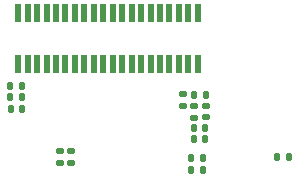
<source format=gbr>
%TF.GenerationSoftware,KiCad,Pcbnew,(7.0.0)*%
%TF.CreationDate,2023-04-19T19:20:55+08:00*%
%TF.ProjectId,Commander,436f6d6d-616e-4646-9572-2e6b69636164,rev?*%
%TF.SameCoordinates,Original*%
%TF.FileFunction,Paste,Bot*%
%TF.FilePolarity,Positive*%
%FSLAX46Y46*%
G04 Gerber Fmt 4.6, Leading zero omitted, Abs format (unit mm)*
G04 Created by KiCad (PCBNEW (7.0.0)) date 2023-04-19 19:20:55*
%MOMM*%
%LPD*%
G01*
G04 APERTURE LIST*
G04 Aperture macros list*
%AMRoundRect*
0 Rectangle with rounded corners*
0 $1 Rounding radius*
0 $2 $3 $4 $5 $6 $7 $8 $9 X,Y pos of 4 corners*
0 Add a 4 corners polygon primitive as box body*
4,1,4,$2,$3,$4,$5,$6,$7,$8,$9,$2,$3,0*
0 Add four circle primitives for the rounded corners*
1,1,$1+$1,$2,$3*
1,1,$1+$1,$4,$5*
1,1,$1+$1,$6,$7*
1,1,$1+$1,$8,$9*
0 Add four rect primitives between the rounded corners*
20,1,$1+$1,$2,$3,$4,$5,0*
20,1,$1+$1,$4,$5,$6,$7,0*
20,1,$1+$1,$6,$7,$8,$9,0*
20,1,$1+$1,$8,$9,$2,$3,0*%
G04 Aperture macros list end*
%ADD10RoundRect,0.147500X0.172500X-0.147500X0.172500X0.147500X-0.172500X0.147500X-0.172500X-0.147500X0*%
%ADD11R,0.550000X1.550000*%
%ADD12RoundRect,0.140000X-0.140000X-0.170000X0.140000X-0.170000X0.140000X0.170000X-0.140000X0.170000X0*%
%ADD13RoundRect,0.135000X-0.185000X0.135000X-0.185000X-0.135000X0.185000X-0.135000X0.185000X0.135000X0*%
%ADD14RoundRect,0.135000X0.135000X0.185000X-0.135000X0.185000X-0.135000X-0.185000X0.135000X-0.185000X0*%
%ADD15RoundRect,0.140000X-0.170000X0.140000X-0.170000X-0.140000X0.170000X-0.140000X0.170000X0.140000X0*%
%ADD16RoundRect,0.135000X-0.135000X-0.185000X0.135000X-0.185000X0.135000X0.185000X-0.135000X0.185000X0*%
G04 APERTURE END LIST*
D10*
%TO.C,FB1*%
X147564999Y-71815002D03*
X147564999Y-70845002D03*
%TD*%
D11*
%TO.C,j2*%
X146899999Y-67324999D03*
X146899999Y-63024999D03*
X146099999Y-67324999D03*
X146099999Y-63024999D03*
X145299999Y-67324999D03*
X145299999Y-63024999D03*
X144499999Y-67324999D03*
X144499999Y-63024999D03*
X143699999Y-67324999D03*
X143699999Y-63024999D03*
X142899999Y-67324999D03*
X142899999Y-63024999D03*
X142099999Y-67324999D03*
X142099999Y-63024999D03*
X141299999Y-67324999D03*
X141299999Y-63024999D03*
X140499999Y-67324999D03*
X140499999Y-63024999D03*
X139699999Y-67324999D03*
X139699999Y-63024999D03*
X138899999Y-67324999D03*
X138899999Y-63024999D03*
X138099999Y-67324999D03*
X138099999Y-63024999D03*
X137299999Y-67324999D03*
X137299999Y-63024999D03*
X136499999Y-67324999D03*
X136499999Y-63024999D03*
X135699999Y-63024999D03*
X135699999Y-67324999D03*
X134899999Y-63024999D03*
X134899999Y-67324999D03*
X134099999Y-63024999D03*
X134099999Y-67324999D03*
X133299999Y-63024999D03*
X133299999Y-67324999D03*
X132499999Y-63024999D03*
X132499999Y-67324999D03*
X131699999Y-63024999D03*
X131699999Y-67324999D03*
%TD*%
D12*
%TO.C,C1*%
X146585000Y-72730000D03*
X147545000Y-72730000D03*
%TD*%
%TO.C,C3*%
X146610000Y-69930000D03*
X147570000Y-69930000D03*
%TD*%
D13*
%TO.C,R1*%
X146615000Y-70820000D03*
X146615000Y-71840000D03*
%TD*%
D14*
%TO.C,R14*%
X154610000Y-75175000D03*
X153590000Y-75175000D03*
%TD*%
D15*
%TO.C,C9*%
X135225000Y-74695000D03*
X135225000Y-75655000D03*
%TD*%
D16*
%TO.C,R12*%
X146365000Y-76275000D03*
X147385000Y-76275000D03*
%TD*%
%TO.C,R11*%
X146365000Y-75250000D03*
X147385000Y-75250000D03*
%TD*%
D12*
%TO.C,C6*%
X131040000Y-69150000D03*
X132000000Y-69150000D03*
%TD*%
%TO.C,C5*%
X131040000Y-70110000D03*
X132000000Y-70110000D03*
%TD*%
D15*
%TO.C,C4*%
X145610000Y-69880000D03*
X145610000Y-70840000D03*
%TD*%
%TO.C,C10*%
X136200000Y-74690000D03*
X136200000Y-75650000D03*
%TD*%
D12*
%TO.C,C2*%
X146580000Y-73679999D03*
X147540000Y-73679999D03*
%TD*%
%TO.C,C7*%
X131050000Y-71080000D03*
X132010000Y-71080000D03*
%TD*%
M02*

</source>
